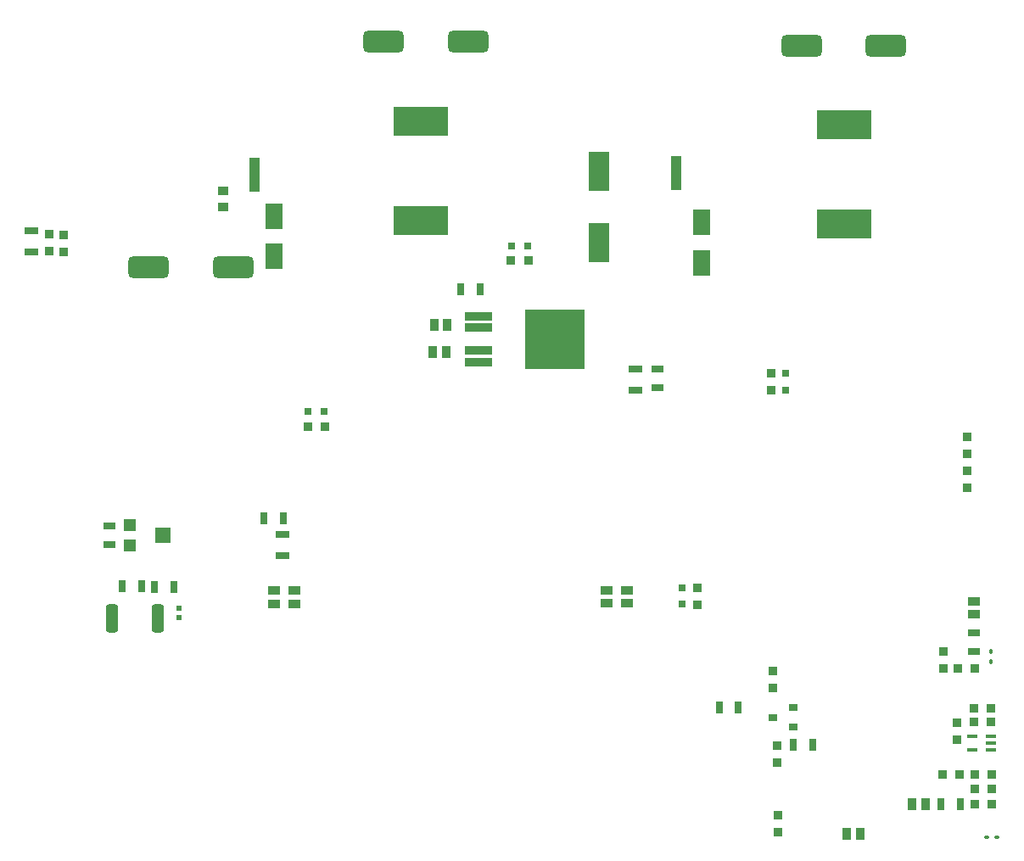
<source format=gtp>
G04*
G04 #@! TF.GenerationSoftware,Altium Limited,Altium Designer,22.10.1 (41)*
G04*
G04 Layer_Color=8421504*
%FSLAX25Y25*%
%MOIN*%
G70*
G04*
G04 #@! TF.SameCoordinates,F8C157B4-DA96-4F04-9901-D09C045D4249*
G04*
G04*
G04 #@! TF.FilePolarity,Positive*
G04*
G01*
G75*
G04:AMPARAMS|DCode=20|XSize=159.06mil|YSize=83.46mil|CornerRadius=16.69mil|HoleSize=0mil|Usage=FLASHONLY|Rotation=180.000|XOffset=0mil|YOffset=0mil|HoleType=Round|Shape=RoundedRectangle|*
%AMROUNDEDRECTD20*
21,1,0.15906,0.05008,0,0,180.0*
21,1,0.12567,0.08346,0,0,180.0*
1,1,0.03339,-0.06284,0.02504*
1,1,0.03339,0.06284,0.02504*
1,1,0.03339,0.06284,-0.02504*
1,1,0.03339,-0.06284,-0.02504*
%
%ADD20ROUNDEDRECTD20*%
%ADD21R,0.07874X0.15748*%
%ADD22R,0.21654X0.11811*%
%ADD23R,0.03937X0.13780*%
G04:AMPARAMS|DCode=24|XSize=41.73mil|YSize=15.35mil|CornerRadius=1.92mil|HoleSize=0mil|Usage=FLASHONLY|Rotation=180.000|XOffset=0mil|YOffset=0mil|HoleType=Round|Shape=RoundedRectangle|*
%AMROUNDEDRECTD24*
21,1,0.04173,0.01152,0,0,180.0*
21,1,0.03789,0.01535,0,0,180.0*
1,1,0.00384,-0.01895,0.00576*
1,1,0.00384,0.01895,0.00576*
1,1,0.00384,0.01895,-0.00576*
1,1,0.00384,-0.01895,-0.00576*
%
%ADD24ROUNDEDRECTD24*%
%ADD25R,0.05700X0.03000*%
%ADD26R,0.04900X0.04902*%
%ADD27R,0.05906X0.06299*%
%ADD28R,0.03150X0.03150*%
%ADD29R,0.03150X0.03150*%
%ADD30R,0.05118X0.03543*%
%ADD31R,0.03543X0.05118*%
%ADD32R,0.03937X0.03740*%
G04:AMPARAMS|DCode=33|XSize=48.03mil|YSize=111.42mil|CornerRadius=12.01mil|HoleSize=0mil|Usage=FLASHONLY|Rotation=180.000|XOffset=0mil|YOffset=0mil|HoleType=Round|Shape=RoundedRectangle|*
%AMROUNDEDRECTD33*
21,1,0.04803,0.08740,0,0,180.0*
21,1,0.02402,0.11142,0,0,180.0*
1,1,0.02402,-0.01201,0.04370*
1,1,0.02402,0.01201,0.04370*
1,1,0.02402,0.01201,-0.04370*
1,1,0.02402,-0.01201,-0.04370*
%
%ADD33ROUNDEDRECTD33*%
%ADD34R,0.11142X0.03189*%
%ADD35R,0.23622X0.23622*%
%ADD36R,0.03150X0.05118*%
%ADD37R,0.05118X0.03150*%
%ADD38R,0.03347X0.03347*%
%ADD39R,0.03347X0.03347*%
%ADD40R,0.02362X0.01968*%
%ADD41R,0.06693X0.09843*%
%ADD42R,0.03543X0.03150*%
G04:AMPARAMS|DCode=43|XSize=19.68mil|YSize=13.78mil|CornerRadius=3.45mil|HoleSize=0mil|Usage=FLASHONLY|Rotation=180.000|XOffset=0mil|YOffset=0mil|HoleType=Round|Shape=RoundedRectangle|*
%AMROUNDEDRECTD43*
21,1,0.01968,0.00689,0,0,180.0*
21,1,0.01280,0.01378,0,0,180.0*
1,1,0.00689,-0.00640,0.00345*
1,1,0.00689,0.00640,0.00345*
1,1,0.00689,0.00640,-0.00345*
1,1,0.00689,-0.00640,-0.00345*
%
%ADD43ROUNDEDRECTD43*%
G04:AMPARAMS|DCode=44|XSize=19.68mil|YSize=13.78mil|CornerRadius=3.45mil|HoleSize=0mil|Usage=FLASHONLY|Rotation=90.000|XOffset=0mil|YOffset=0mil|HoleType=Round|Shape=RoundedRectangle|*
%AMROUNDEDRECTD44*
21,1,0.01968,0.00689,0,0,90.0*
21,1,0.01280,0.01378,0,0,90.0*
1,1,0.00689,0.00345,0.00640*
1,1,0.00689,0.00345,-0.00640*
1,1,0.00689,-0.00345,-0.00640*
1,1,0.00689,-0.00345,0.00640*
%
%ADD44ROUNDEDRECTD44*%
D20*
X106551Y277887D02*
D03*
X73362D02*
D03*
X165689Y366437D02*
D03*
X198878D02*
D03*
X329862Y364862D02*
D03*
X363051D02*
D03*
D21*
X250394Y287402D02*
D03*
Y315354D02*
D03*
D22*
X180328Y296328D02*
D03*
Y335305D02*
D03*
X346654Y294980D02*
D03*
Y333957D02*
D03*
D23*
X280449Y314958D02*
D03*
X114842Y314308D02*
D03*
D24*
X396966Y93405D02*
D03*
Y88287D02*
D03*
X404328Y93405D02*
D03*
Y90847D02*
D03*
Y88287D02*
D03*
D25*
X27362Y283792D02*
D03*
Y292192D02*
D03*
X264665Y237763D02*
D03*
Y229363D02*
D03*
X125952Y172766D02*
D03*
Y164366D02*
D03*
D26*
X65920Y176637D02*
D03*
Y168566D02*
D03*
D27*
X78813Y172601D02*
D03*
D28*
X323721Y236122D02*
D03*
Y229626D02*
D03*
X282874Y145374D02*
D03*
Y151870D02*
D03*
D29*
X215768Y286250D02*
D03*
X222264D02*
D03*
X142421Y221230D02*
D03*
X135925D02*
D03*
D30*
X253150Y150984D02*
D03*
Y145866D02*
D03*
X261417Y150886D02*
D03*
Y145768D02*
D03*
X397736Y146653D02*
D03*
Y141535D02*
D03*
X130610Y145571D02*
D03*
Y150689D02*
D03*
X122441Y145571D02*
D03*
Y150689D02*
D03*
D31*
X347736Y55118D02*
D03*
X352854D02*
D03*
X373339Y66724D02*
D03*
X378457D02*
D03*
X190748Y255217D02*
D03*
X185630D02*
D03*
X190196Y244419D02*
D03*
X185078D02*
D03*
D32*
X102635Y301659D02*
D03*
Y307958D02*
D03*
D33*
X76880Y139971D02*
D03*
X58848D02*
D03*
D34*
X202822Y258632D02*
D03*
Y254132D02*
D03*
Y245132D02*
D03*
Y240632D02*
D03*
D35*
X233022Y249632D02*
D03*
D36*
X334154Y90158D02*
D03*
X326673D02*
D03*
X83189Y152333D02*
D03*
X75708D02*
D03*
X70564Y152560D02*
D03*
X63083D02*
D03*
X384727Y66831D02*
D03*
X392207D02*
D03*
X195965Y269193D02*
D03*
X203445D02*
D03*
X118701Y179134D02*
D03*
X126181D02*
D03*
X304921Y104921D02*
D03*
X297441D02*
D03*
D37*
X397736Y134252D02*
D03*
Y126772D02*
D03*
X57776Y168799D02*
D03*
Y176279D02*
D03*
X273318Y237984D02*
D03*
Y230504D02*
D03*
D38*
X320571Y62598D02*
D03*
Y55905D02*
D03*
X395079Y204527D02*
D03*
Y211221D02*
D03*
Y191102D02*
D03*
Y197795D02*
D03*
X320177Y83268D02*
D03*
Y89961D02*
D03*
X385531Y120276D02*
D03*
Y126969D02*
D03*
X390903Y92028D02*
D03*
Y98721D02*
D03*
X317913Y229528D02*
D03*
Y236221D02*
D03*
X34252Y290748D02*
D03*
Y284055D02*
D03*
X40059Y283957D02*
D03*
Y290650D02*
D03*
X288976Y145276D02*
D03*
Y151969D02*
D03*
X318504Y119291D02*
D03*
Y112598D02*
D03*
D39*
X404528Y66831D02*
D03*
X397835D02*
D03*
X404528Y72687D02*
D03*
X397835D02*
D03*
X404528Y78543D02*
D03*
X397835D02*
D03*
X398085Y120276D02*
D03*
X391392D02*
D03*
X385322Y78543D02*
D03*
X392015D02*
D03*
X404190Y99016D02*
D03*
X397497D02*
D03*
X404190Y104601D02*
D03*
X397497D02*
D03*
X222441Y280610D02*
D03*
X215748D02*
D03*
X135827Y215158D02*
D03*
X142520D02*
D03*
D40*
X85236Y140236D02*
D03*
Y143819D02*
D03*
D41*
X122671Y297909D02*
D03*
Y282161D02*
D03*
X290453Y295374D02*
D03*
Y279626D02*
D03*
D42*
X326624Y97244D02*
D03*
Y104724D02*
D03*
X318652Y100984D02*
D03*
D43*
X402658Y53740D02*
D03*
X406595D02*
D03*
D44*
X404331Y126772D02*
D03*
Y122835D02*
D03*
M02*

</source>
